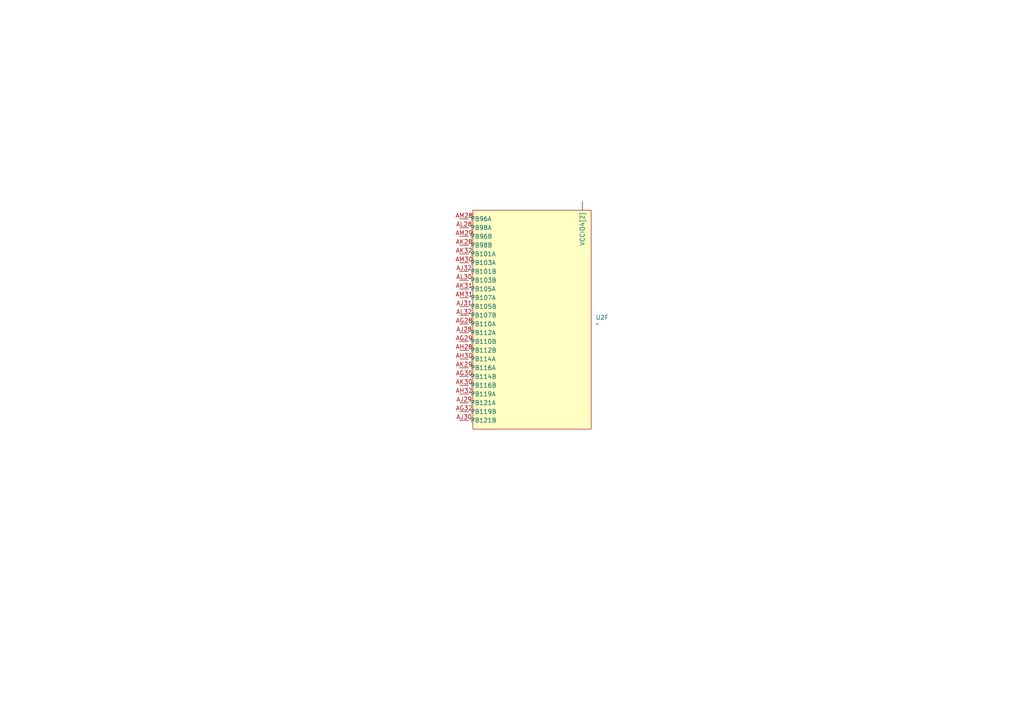
<source format=kicad_sch>
(kicad_sch (version 20231120) (generator "eeschema") (generator_version "8.0")
  (paper "A4")
  (title_block (title "${Project Designation}") (date "2024-06-30") (rev "${Revision}") (comment 1 "${Project Title}") (comment 2 "FPGA BANK 4") (comment 3 "${Part Number}"))
  (lib_symbols
    (symbol "ECAP5-BSOM:LFE5U-85F-*BG756*"
      (property "Reference" "U" (at -1.016 3.81 0))
      (symbol "LFE5U-85F-*BG756*_1_0"
        (pin power_in line (at 8.89 -15.24 90) (length 2.54) (name "GND[265]") (number ""))
        (pin power_in line (at 22.86 0 180) (length 2.54) (name "VCCAUX[8]") (number ""))
        (pin power_in line (at -5.08 0 0) (length 2.54) (name "VCC[36]") (number ""))
        (pin power_in line (at 8.89 -15.24 90) (length 2.54) hide (name "GND") (number "AA11"))
        (pin power_in line (at -5.08 0 0) (length 2.54) hide (name "VCC") (number "AA12"))
        (pin power_in line (at -5.08 0 0) (length 2.54) hide (name "VCC") (number "AA13"))
        (pin power_in line (at -5.08 0 0) (length 2.54) hide (name "VCC") (number "AA14"))
        (pin power_in line (at -5.08 0 0) (length 2.54) hide (name "VCC") (number "AA15"))
        (pin power_in line (at -5.08 0 0) (length 2.54) hide (name "VCC") (number "AA16"))
        (pin power_in line (at -5.08 0 0) (length 2.54) hide (name "VCC") (number "AA17"))
        (pin power_in line (at -5.08 0 0) (length 2.54) hide (name "VCC") (number "AA18"))
        (pin power_in line (at -5.08 0 0) (length 2.54) hide (name "VCC") (number "AA19"))
        (pin power_in line (at -5.08 0 0) (length 2.54) hide (name "VCC") (number "AA20"))
        (pin power_in line (at -5.08 0 0) (length 2.54) hide (name "VCC") (number "AA21"))
        (pin power_in line (at 8.89 -15.24 90) (length 2.54) hide (name "GND") (number "AA22"))
        (pin power_in line (at 8.89 -15.24 90) (length 2.54) hide (name "GND") (number "AB11"))
        (pin power_in line (at 8.89 -15.24 90) (length 2.54) hide (name "GND") (number "AB12"))
        (pin power_in line (at 8.89 -15.24 90) (length 2.54) hide (name "GND") (number "AB13"))
        (pin power_in line (at 8.89 -15.24 90) (length 2.54) hide (name "GND") (number "AB14"))
        (pin power_in line (at 8.89 -15.24 90) (length 2.54) hide (name "GND") (number "AB15"))
        (pin power_in line (at 8.89 -15.24 90) (length 2.54) hide (name "GND") (number "AB16"))
        (pin power_in line (at 8.89 -15.24 90) (length 2.54) hide (name "GND") (number "AB17"))
        (pin power_in line (at 8.89 -15.24 90) (length 2.54) hide (name "GND") (number "AB18"))
        (pin power_in line (at 8.89 -15.24 90) (length 2.54) hide (name "GND") (number "AB19"))
        (pin power_in line (at 8.89 -15.24 90) (length 2.54) hide (name "GND") (number "AB20"))
        (pin power_in line (at 8.89 -15.24 90) (length 2.54) hide (name "GND") (number "AB21"))
        (pin power_in line (at 8.89 -15.24 90) (length 2.54) hide (name "GND") (number "AB22"))
        (pin power_in line (at 22.86 0 180) (length 2.54) hide (name "VCCAUX") (number "AC11"))
        (pin power_in line (at 8.89 -15.24 90) (length 2.54) hide (name "GND") (number "AC12"))
        (pin power_in line (at 8.89 -15.24 90) (length 2.54) hide (name "GND") (number "AC13"))
        (pin power_in line (at 8.89 -15.24 90) (length 2.54) hide (name "GND") (number "AC14"))
        (pin power_in line (at 8.89 -15.24 90) (length 2.54) hide (name "GND") (number "AC15"))
        (pin power_in line (at 8.89 -15.24 90) (length 2.54) hide (name "GND") (number "AC16"))
        (pin power_in line (at 8.89 -15.24 90) (length 2.54) hide (name "GND") (number "AC17"))
        (pin power_in line (at 8.89 -15.24 90) (length 2.54) hide (name "GND") (number "AC18"))
        (pin power_in line (at 8.89 -15.24 90) (length 2.54) hide (name "GND") (number "AC19"))
        (pin power_in line (at 8.89 -15.24 90) (length 2.54) hide (name "GND") (number "AC20"))
        (pin power_in line (at 8.89 -15.24 90) (length 2.54) hide (name "GND") (number "AC21"))
        (pin power_in line (at 22.86 0 180) (length 2.54) hide (name "VCCAUX") (number "AC22"))
        (pin power_in line (at 8.89 -15.24 90) (length 2.54) hide (name "GND") (number "AD2"))
        (pin power_in line (at 8.89 -15.24 90) (length 2.54) hide (name "GND") (number "AD28"))
        (pin power_in line (at 8.89 -15.24 90) (length 2.54) hide (name "GND") (number "AD31"))
        (pin power_in line (at 8.89 -15.24 90) (length 2.54) hide (name "GND") (number "AD5"))
        (pin power_in line (at 8.89 -15.24 90) (length 2.54) hide (name "GND") (number "AF11"))
        (pin power_in line (at 8.89 -15.24 90) (length 2.54) hide (name "GND") (number "AF12"))
        (pin power_in line (at 8.89 -15.24 90) (length 2.54) hide (name "GND") (number "AF14"))
        (pin power_in line (at 8.89 -15.24 90) (length 2.54) hide (name "GND") (number "AF15"))
        (pin power_in line (at 8.89 -15.24 90) (length 2.54) hide (name "GND") (number "AF16"))
        (pin power_in line (at 8.89 -15.24 90) (length 2.54) hide (name "GND") (number "AF17"))
        (pin power_in line (at 8.89 -15.24 90) (length 2.54) hide (name "GND") (number "AF19"))
        (pin power_in line (at 8.89 -15.24 90) (length 2.54) hide (name "GND") (number "AF20"))
        (pin power_in line (at 8.89 -15.24 90) (length 2.54) hide (name "GND") (number "AF22"))
        (pin power_in line (at 8.89 -15.24 90) (length 2.54) hide (name "GND") (number "AF23"))
        (pin power_in line (at 8.89 -15.24 90) (length 2.54) hide (name "GND") (number "AG11"))
        (pin power_in line (at 8.89 -15.24 90) (length 2.54) hide (name "GND") (number "AG12"))
        (pin power_in line (at 8.89 -15.24 90) (length 2.54) hide (name "GND") (number "AG14"))
        (pin power_in line (at 8.89 -15.24 90) (length 2.54) hide (name "GND") (number "AG15"))
        (pin power_in line (at 8.89 -15.24 90) (length 2.54) hide (name "GND") (number "AG16"))
        (pin power_in line (at 8.89 -15.24 90) (length 2.54) hide (name "GND") (number "AG17"))
        (pin power_in line (at 8.89 -15.24 90) (length 2.54) hide (name "GND") (number "AG19"))
        (pin power_in line (at 8.89 -15.24 90) (length 2.54) hide (name "GND") (number "AG20"))
        (pin power_in line (at 8.89 -15.24 90) (length 2.54) hide (name "GND") (number "AG22"))
        (pin power_in line (at 8.89 -15.24 90) (length 2.54) hide (name "GND") (number "AG23"))
        (pin power_in line (at 8.89 -15.24 90) (length 2.54) hide (name "GND") (number "AG9"))
        (pin power_in line (at 8.89 -15.24 90) (length 2.54) hide (name "GND") (number "AH11"))
        (pin power_in line (at 8.89 -15.24 90) (length 2.54) hide (name "GND") (number "AH12"))
        (pin power_in line (at 8.89 -15.24 90) (length 2.54) hide (name "GND") (number "AH14"))
        (pin power_in line (at 8.89 -15.24 90) (length 2.54) hide (name "GND") (number "AH15"))
        (pin power_in line (at 8.89 -15.24 90) (length 2.54) hide (name "GND") (number "AH16"))
        (pin power_in line (at 8.89 -15.24 90) (length 2.54) hide (name "GND") (number "AH17"))
        (pin power_in line (at 8.89 -15.24 90) (length 2.54) hide (name "GND") (number "AH19"))
        (pin power_in line (at 8.89 -15.24 90) (length 2.54) hide (name "GND") (number "AH2"))
        (pin power_in line (at 8.89 -15.24 90) (length 2.54) hide (name "GND") (number "AH20"))
        (pin power_in line (at 8.89 -15.24 90) (length 2.54) hide (name "GND") (number "AH22"))
        (pin power_in line (at 8.89 -15.24 90) (length 2.54) hide (name "GND") (number "AH23"))
        (pin power_in line (at 8.89 -15.24 90) (length 2.54) hide (name "GND") (number "AH24"))
        (pin power_in line (at 8.89 -15.24 90) (length 2.54) hide (name "GND") (number "AH25"))
        (pin power_in line (at 8.89 -15.24 90) (length 2.54) hide (name "GND") (number "AH26"))
        (pin power_in line (at 8.89 -15.24 90) (length 2.54) hide (name "GND") (number "AH29"))
        (pin power_in line (at 8.89 -15.24 90) (length 2.54) hide (name "GND") (number "AH31"))
        (pin power_in line (at 8.89 -15.24 90) (length 2.54) hide (name "GND") (number "AH5"))
        (pin power_in line (at 8.89 -15.24 90) (length 2.54) hide (name "GND") (number "AH7"))
        (pin power_in line (at 8.89 -15.24 90) (length 2.54) hide (name "GND") (number "AH8"))
        (pin power_in line (at 8.89 -15.24 90) (length 2.54) hide (name "GND") (number "AH9"))
        (pin power_in line (at 8.89 -15.24 90) (length 2.54) hide (name "GND") (number "AJ10"))
        (pin power_in line (at 8.89 -15.24 90) (length 2.54) hide (name "GND") (number "AJ11"))
        (pin power_in line (at 8.89 -15.24 90) (length 2.54) hide (name "GND") (number "AJ12"))
        (pin power_in line (at 8.89 -15.24 90) (length 2.54) hide (name "GND") (number "AJ13"))
        (pin power_in line (at 8.89 -15.24 90) (length 2.54) hide (name "GND") (number "AJ14"))
        (pin power_in line (at 8.89 -15.24 90) (length 2.54) hide (name "GND") (number "AJ15"))
        (pin power_in line (at 8.89 -15.24 90) (length 2.54) hide (name "GND") (number "AJ16"))
        (pin power_in line (at 8.89 -15.24 90) (length 2.54) hide (name "GND") (number "AJ17"))
        (pin power_in line (at 8.89 -15.24 90) (length 2.54) hide (name "GND") (number "AJ18"))
        (pin power_in line (at 8.89 -15.24 90) (length 2.54) hide (name "GND") (number "AJ19"))
        (pin power_in line (at 8.89 -15.24 90) (length 2.54) hide (name "GND") (number "AJ20"))
        (pin power_in line (at 8.89 -15.24 90) (length 2.54) hide (name "GND") (number "AJ21"))
        (pin power_in line (at 8.89 -15.24 90) (length 2.54) hide (name "GND") (number "AJ22"))
        (pin power_in line (at 8.89 -15.24 90) (length 2.54) hide (name "GND") (number "AJ23"))
        (pin power_in line (at 8.89 -15.24 90) (length 2.54) hide (name "GND") (number "AJ24"))
        (pin power_in line (at 8.89 -15.24 90) (length 2.54) hide (name "GND") (number "AJ25"))
        (pin power_in line (at 8.89 -15.24 90) (length 2.54) hide (name "GND") (number "AJ26"))
        (pin power_in line (at 8.89 -15.24 90) (length 2.54) hide (name "GND") (number "AJ7"))
        (pin power_in line (at 8.89 -15.24 90) (length 2.54) hide (name "GND") (number "AJ8"))
        (pin power_in line (at 8.89 -15.24 90) (length 2.54) hide (name "GND") (number "AJ9"))
        (pin power_in line (at 8.89 -15.24 90) (length 2.54) hide (name "GND") (number "AK11"))
        (pin power_in line (at 8.89 -15.24 90) (length 2.54) hide (name "GND") (number "AK14"))
        (pin power_in line (at 8.89 -15.24 90) (length 2.54) hide (name "GND") (number "AK17"))
        (pin power_in line (at 8.89 -15.24 90) (length 2.54) hide (name "GND") (number "AK20"))
        (pin power_in line (at 8.89 -15.24 90) (length 2.54) hide (name "GND") (number "AK23"))
        (pin power_in line (at 8.89 -15.24 90) (length 2.54) hide (name "GND") (number "AK26"))
        (pin power_in line (at 8.89 -15.24 90) (length 2.54) hide (name "GND") (number "AK7"))
        (pin power_in line (at 8.89 -15.24 90) (length 2.54) hide (name "GND") (number "AK8"))
        (pin power_in line (at 8.89 -15.24 90) (length 2.54) hide (name "GND") (number "AL11"))
        (pin power_in line (at 8.89 -15.24 90) (length 2.54) hide (name "GND") (number "AL12"))
        (pin power_in line (at 8.89 -15.24 90) (length 2.54) hide (name "GND") (number "AL14"))
        (pin power_in line (at 8.89 -15.24 90) (length 2.54) hide (name "GND") (number "AL15"))
        (pin power_in line (at 8.89 -15.24 90) (length 2.54) hide (name "GND") (number "AL17"))
        (pin power_in line (at 8.89 -15.24 90) (length 2.54) hide (name "GND") (number "AL18"))
        (pin power_in line (at 8.89 -15.24 90) (length 2.54) hide (name "GND") (number "AL2"))
        (pin power_in line (at 8.89 -15.24 90) (length 2.54) hide (name "GND") (number "AL20"))
        (pin power_in line (at 8.89 -15.24 90) (length 2.54) hide (name "GND") (number "AL21"))
        (pin power_in line (at 8.89 -15.24 90) (length 2.54) hide (name "GND") (number "AL23"))
        (pin power_in line (at 8.89 -15.24 90) (length 2.54) hide (name "GND") (number "AL24"))
        (pin power_in line (at 8.89 -15.24 90) (length 2.54) hide (name "GND") (number "AL26"))
        (pin power_in line (at 8.89 -15.24 90) (length 2.54) hide (name "GND") (number "AL29"))
        (pin power_in line (at 8.89 -15.24 90) (length 2.54) hide (name "GND") (number "AL31"))
        (pin power_in line (at 8.89 -15.24 90) (length 2.54) hide (name "GND") (number "AL5"))
        (pin power_in line (at 8.89 -15.24 90) (length 2.54) hide (name "GND") (number "AL7"))
        (pin power_in line (at 8.89 -15.24 90) (length 2.54) hide (name "GND") (number "AL8"))
        (pin power_in line (at 8.89 -15.24 90) (length 2.54) hide (name "GND") (number "AL9"))
        (pin power_in line (at 8.89 -15.24 90) (length 2.54) hide (name "GND") (number "AM11"))
        (pin power_in line (at 8.89 -15.24 90) (length 2.54) hide (name "GND") (number "AM12"))
        (pin power_in line (at 8.89 -15.24 90) (length 2.54) hide (name "GND") (number "AM14"))
        (pin power_in line (at 8.89 -15.24 90) (length 2.54) hide (name "GND") (number "AM15"))
        (pin power_in line (at 8.89 -15.24 90) (length 2.54) hide (name "GND") (number "AM17"))
        (pin power_in line (at 8.89 -15.24 90) (length 2.54) hide (name "GND") (number "AM18"))
        (pin power_in line (at 8.89 -15.24 90) (length 2.54) hide (name "GND") (number "AM20"))
        (pin power_in line (at 8.89 -15.24 90) (length 2.54) hide (name "GND") (number "AM21"))
        (pin power_in line (at 8.89 -15.24 90) (length 2.54) hide (name "GND") (number "AM23"))
        (pin power_in line (at 8.89 -15.24 90) (length 2.54) hide (name "GND") (number "AM24"))
        (pin power_in line (at 8.89 -15.24 90) (length 2.54) hide (name "GND") (number "AM26"))
        (pin power_in line (at 8.89 -15.24 90) (length 2.54) hide (name "GND") (number "AM7"))
        (pin power_in line (at 8.89 -15.24 90) (length 2.54) hide (name "GND") (number "AM8"))
        (pin power_in line (at 8.89 -15.24 90) (length 2.54) hide (name "GND") (number "AM9"))
        (pin power_in line (at 8.89 -15.24 90) (length 2.54) hide (name "GND") (number "B13"))
        (pin power_in line (at 8.89 -15.24 90) (length 2.54) hide (name "GND") (number "B15"))
        (pin power_in line (at 8.89 -15.24 90) (length 2.54) hide (name "GND") (number "B18"))
        (pin power_in line (at 8.89 -15.24 90) (length 2.54) hide (name "GND") (number "B2"))
        (pin power_in line (at 8.89 -15.24 90) (length 2.54) hide (name "GND") (number "B20"))
        (pin power_in line (at 8.89 -15.24 90) (length 2.54) hide (name "GND") (number "B24"))
        (pin power_in line (at 8.89 -15.24 90) (length 2.54) hide (name "GND") (number "B28"))
        (pin power_in line (at 8.89 -15.24 90) (length 2.54) hide (name "GND") (number "B31"))
        (pin power_in line (at 8.89 -15.24 90) (length 2.54) hide (name "GND") (number "B5"))
        (pin power_in line (at 8.89 -15.24 90) (length 2.54) hide (name "GND") (number "B9"))
        (pin power_in line (at 8.89 -15.24 90) (length 2.54) hide (name "GND") (number "E13"))
        (pin power_in line (at 8.89 -15.24 90) (length 2.54) hide (name "GND") (number "E15"))
        (pin power_in line (at 8.89 -15.24 90) (length 2.54) hide (name "GND") (number "E18"))
        (pin power_in line (at 8.89 -15.24 90) (length 2.54) hide (name "GND") (number "E2"))
        (pin power_in line (at 8.89 -15.24 90) (length 2.54) hide (name "GND") (number "E20"))
        (pin power_in line (at 8.89 -15.24 90) (length 2.54) hide (name "GND") (number "E24"))
        (pin power_in line (at 8.89 -15.24 90) (length 2.54) hide (name "GND") (number "E28"))
        (pin power_in line (at 8.89 -15.24 90) (length 2.54) hide (name "GND") (number "E31"))
        (pin power_in line (at 8.89 -15.24 90) (length 2.54) hide (name "GND") (number "E5"))
        (pin power_in line (at 8.89 -15.24 90) (length 2.54) hide (name "GND") (number "E9"))
        (pin power_in line (at 8.89 -15.24 90) (length 2.54) hide (name "GND") (number "J2"))
        (pin power_in line (at 8.89 -15.24 90) (length 2.54) hide (name "GND") (number "J28"))
        (pin power_in line (at 8.89 -15.24 90) (length 2.54) hide (name "GND") (number "J31"))
        (pin power_in line (at 8.89 -15.24 90) (length 2.54) hide (name "GND") (number "J5"))
        (pin power_in line (at 8.89 -15.24 90) (length 2.54) hide (name "GND") (number "K10"))
        (pin power_in line (at 8.89 -15.24 90) (length 2.54) hide (name "GND") (number "K11"))
        (pin power_in line (at 22.86 0 180) (length 2.54) hide (name "VCCAUX") (number "K13"))
        (pin power_in line (at 22.86 0 180) (length 2.54) hide (name "VCCAUX") (number "K20"))
        (pin power_in line (at 8.89 -15.24 90) (length 2.54) hide (name "GND") (number "K22"))
        (pin power_in line (at 8.89 -15.24 90) (length 2.54) hide (name "GND") (number "K23"))
        (pin power_in line (at 8.89 -15.24 90) (length 2.54) hide (name "GND") (number "L10"))
        (pin power_in line (at 8.89 -15.24 90) (length 2.54) hide (name "GND") (number "L11"))
        (pin power_in line (at 8.89 -15.24 90) (length 2.54) hide (name "GND") (number "L12"))
        (pin power_in line (at 8.89 -15.24 90) (length 2.54) hide (name "GND") (number "L13"))
        (pin power_in line (at 8.89 -15.24 90) (length 2.54) hide (name "GND") (number "L14"))
        (pin power_in line (at 8.89 -15.24 90) (length 2.54) hide (name "GND") (number "L15"))
        (pin power_in line (at 8.89 -15.24 90) (length 2.54) hide (name "GND") (number "L16"))
        (pin power_in line (at 8.89 -15.24 90) (length 2.54) hide (name "GND") (number "L17"))
        (pin power_in line (at 8.89 -15.24 90) (length 2.54) hide (name "GND") (number "L18"))
        (pin power_in line (at 8.89 -15.24 90) (length 2.54) hide (name "GND") (number "L19"))
        (pin power_in line (at 8.89 -15.24 90) (length 2.54) hide (name "GND") (number "L20"))
        (pin power_in line (at 8.89 -15.24 90) (length 2.54) hide (name "GND") (number "L21"))
        (pin power_in line (at 8.89 -15.24 90) (length 2.54) hide (name "GND") (number "L22"))
        (pin power_in line (at 8.89 -15.24 90) (length 2.54) hide (name "GND") (number "L23"))
        (pin power_in line (at 8.89 -15.24 90) (length 2.54) hide (name "GND") (number "M11"))
        (pin power_in line (at -5.08 0 0) (length 2.54) hide (name "VCC") (number "M12"))
        (pin power_in line (at -5.08 0 0) (length 2.54) hide (name "VCC") (number "M13"))
        (pin power_in line (at -5.08 0 0) (length 2.54) hide (name "VCC") (number "M14"))
        (pin power_in line (at -5.08 0 0) (length 2.54) hide (name "VCC") (number "M15"))
        (pin power_in line (at -5.08 0 0) (length 2.54) hide (name "VCC") (number "M16"))
        (pin power_in line (at -5.08 0 0) (length 2.54) hide (name "VCC") (number "M17"))
        (pin power_in line (at -5.08 0 0) (length 2.54) hide (name "VCC") (number "M18"))
        (pin power_in line (at -5.08 0 0) (length 2.54) hide (name "VCC") (number "M19"))
        (pin power_in line (at -5.08 0 0) (length 2.54) hide (name "VCC") (number "M20"))
        (pin power_in line (at -5.08 0 0) (length 2.54) hide (name "VCC") (number "M21"))
        (pin power_in line (at 8.89 -15.24 90) (length 2.54) hide (name "GND") (number "M22"))
        (pin power_in line (at 22.86 0 180) (length 2.54) hide (name "VCCAUX") (number "N10"))
        (pin power_in line (at 8.89 -15.24 90) (length 2.54) hide (name "GND") (number "N11"))
        (pin power_in line (at -5.08 0 0) (length 2.54) hide (name "VCC") (number "N12"))
        (pin power_in line (at 8.89 -15.24 90) (length 2.54) hide (name "GND") (number "N13"))
        (pin power_in line (at 8.89 -15.24 90) (length 2.54) hide (name "GND") (number "N14"))
        (pin power_in line (at 8.89 -15.24 90) (length 2.54) hide (name "GND") (number "N15"))
        (pin power_in line (at 8.89 -15.24 90) (length 2.54) hide (name "GND") (number "N16"))
        (pin power_in line (at 8.89 -15.24 90) (length 2.54) hide (name "GND") (number "N17"))
        (pin power_in line (at 8.89 -15.24 90) (length 2.54) hide (name "GND") (number "N18"))
        (pin power_in line (at 8.89 -15.24 90) (length 2.54) hide (name "GND") (number "N19"))
        (pin power_in line (at 8.89 -15.24 90) (length 2.54) hide (name "GND") (number "N2"))
        (pin power_in line (at 8.89 -15.24 90) (length 2.54) hide (name "GND") (number "N20"))
        (pin power_in line (at -5.08 0 0) (length 2.54) hide (name "VCC") (number "N21"))
        (pin power_in line (at 8.89 -15.24 90) (length 2.54) hide (name "GND") (number "N22"))
        (pin power_in line (at 22.86 0 180) (length 2.54) hide (name "VCCAUX") (number "N23"))
        (pin power_in line (at 8.89 -15.24 90) (length 2.54) hide (name "GND") (number "N28"))
        (pin power_in line (at 8.89 -15.24 90) (length 2.54) hide (name "GND") (number "N31"))
        (pin power_in line (at 8.89 -15.24 90) (length 2.54) hide (name "GND") (number "N5"))
        (pin power_in line (at 8.89 -15.24 90) (length 2.54) hide (name "GND") (number "P11"))
        (pin power_in line (at -5.08 0 0) (length 2.54) hide (name "VCC") (number "P12"))
        (pin power_in line (at 8.89 -15.24 90) (length 2.54) hide (name "GND") (number "P13"))
        (pin power_in line (at 8.89 -15.24 90) (length 2.54) hide (name "GND") (number "P14"))
        (pin power_in line (at 8.89 -15.24 90) (length 2.54) hide (name "GND") (number "P15"))
        (pin power_in line (at 8.89 -15.24 90) (length 2.54) hide (name "GND") (number "P16"))
        (pin power_in line (at 8.89 -15.24 90) (length 2.54) hide (name "GND") (number "P17"))
        (pin power_in line (at 8.89 -15.24 90) (length 2.54) hide (name "GND") (number "P18"))
        (pin power_in line (at 8.89 -15.24 90) (length 2.54) hide (name "GND") (number "P19"))
        (pin power_in line (at -5.08 0 0) (length 2.54) hide (name "VCC") (number "P21"))
        (pin power_in line (at 8.89 -15.24 90) (length 2.54) hide (name "GND") (number "P22"))
        (pin power_in line (at -5.08 0 0) (length 2.54) hide (name "VCC") (number "R12"))
        (pin power_in line (at 8.89 -15.24 90) (length 2.54) hide (name "GND") (number "R13"))
        (pin power_in line (at 8.89 -15.24 90) (length 2.54) hide (name "GND") (number "R14"))
        (pin power_in line (at 8.89 -15.24 90) (length 2.54) hide (name "GND") (number "R15"))
        (pin power_in line (at 8.89 -15.24 90) (length 2.54) hide (name "GND") (number "R16"))
        (pin power_in line (at 8.89 -15.24 90) (length 2.54) hide (name "GND") (number "R17"))
        (pin power_in line (at 8.89 -15.24 90) (length 2.54) hide (name "GND") (number "R18"))
        (pin power_in line (at 8.89 -15.24 90) (length 2.54) hide (name "GND") (number "R19"))
        (pin power_in line (at 8.89 -15.24 90) (length 2.54) hide (name "GND") (number "R2"))
        (pin power_in line (at 8.89 -15.24 90) (length 2.54) hide (name "GND") (number "R20"))
        (pin power_in line (at -5.08 0 0) (length 2.54) hide (name "VCC") (number "R21"))
        (pin power_in line (at 8.89 -15.24 90) (length 2.54) hide (name "GND") (number "R22"))
        (pin power_in line (at 8.89 -15.24 90) (length 2.54) hide (name "GND") (number "R28"))
        (pin power_in line (at 8.89 -15.24 90) (length 2.54) hide (name "GND") (number "R31"))
        (pin power_in line (at 8.89 -15.24 90) (length 2.54) hide (name "GND") (number "R5"))
        (pin power_in line (at 8.89 -15.24 90) (length 2.54) hide (name "GND") (number "T11"))
        (pin power_in line (at -5.08 0 0) (length 2.54) hide (name "VCC") (number "T12"))
        (pin power_in line (at 8.89 -15.24 90) (length 2.54) hide (name "GND") (number "T13"))
        (pin power_in line (at 8.89 -15.24 90) (length 2.54) hide (name "GND") (number "T14"))
        (pin power_in line (at 8.89 -15.24 90) (length 2.54) hide (name "GND") (number "T15"))
        (pin power_in line (at 8.89 -15.24 90) (length 2.54) hide (name "GND") (number "T16"))
        (pin power_in line (at 8.89 -15.24 90) (length 2.54) hide (name "GND") (number "T17"))
        (pin power_in line (at 8.89 -15.24 90) (length 2.54) hide (name "GND") (number "T18"))
        (pin power_in line (at 8.89 -15.24 90) (length 2.54) hide (name "GND") (number "T19"))
        (pin power_in line (at 8.89 -15.24 90) (length 2.54) hide (name "GND") (number "T20"))
        (pin power_in line (at -5.08 0 0) (length 2.54) hide (name "VCC") (number "T21"))
        (pin power_in line (at 8.89 -15.24 90) (length 2.54) hide (name "GND") (number "T22"))
        (pin power_in line (at 8.89 -15.24 90) (length 2.54) hide (name "GND") (number "U11"))
        (pin power_in line (at -5.08 0 0) (length 2.54) hide (name "VCC") (number "U12"))
        (pin power_in line (at 8.89 -15.24 90) (length 2.54) hide (name "GND") (number "U13"))
        (pin power_in line (at 8.89 -15.24 90) (length 2.54) hide (name "GND") (number "U14"))
        (pin power_in line (at 8.89 -15.24 90) (length 2.54) hide (name "GND") (number "U15"))
        (pin power_in line (at 8.89 -15.24 90) (length 2.54) hide (name "GND") (number "U16"))
        (pin power_in line (at 8.89 -15.24 90) (length 2.54) hide (name "GND") (number "U17"))
        (pin power_in line (at 8.89 -15.24 90) (length 2.54) hide (name "GND") (number "U18"))
        (pin power_in line (at 8.89 -15.24 90) (length 2.54) hide (name "GND") (number "U19"))
        (pin power_in line (at 8.89 -15.24 90) (length 2.54) hide (name "GND") (number "U20"))
        (pin power_in line (at -5.08 0 0) (length 2.54) hide (name "VCC") (number "U21"))
        (pin power_in line (at 8.89 -15.24 90) (length 2.54) hide (name "GND") (number "U22"))
        (pin power_in line (at 8.89 -15.24 90) (length 2.54) hide (name "GND") (number "V11"))
        (pin power_in line (at -5.08 0 0) (length 2.54) hide (name "VCC") (number "V12"))
        (pin power_in line (at 8.89 -15.24 90) (length 2.54) hide (name "GND") (number "V13"))
        (pin power_in line (at 8.89 -15.24 90) (length 2.54) hide (name "GND") (number "V14"))
        (pin power_in line (at 8.89 -15.24 90) (length 2.54) hide (name "GND") (number "V15"))
        (pin power_in line (at 8.89 -15.24 90) (length 2.54) hide (name "GND") (number "V16"))
        (pin power_in line (at 8.89 -15.24 90) (length 2.54) hide (name "GND") (number "V17"))
        (pin power_in line (at 8.89 -15.24 90) (length 2.54) hide (name "GND") (number "V18"))
        (pin power_in line (at 8.89 -15.24 90) (length 2.54) hide (name "GND") (number "V19"))
        (pin power_in line (at 8.89 -15.24 90) (length 2.54) hide (name "GND") (number "V2"))
        (pin power_in line (at 8.89 -15.24 90) (length 2.54) hide (name "GND") (number "V20"))
        (pin power_in line (at -5.08 0 0) (length 2.54) hide (name "VCC") (number "V21"))
        (pin power_in line (at 8.89 -15.24 90) (length 2.54) hide (name "GND") (number "V22"))
        (pin power_in line (at 8.89 -15.24 90) (length 2.54) hide (name "GND") (number "V28"))
        (pin power_in line (at 8.89 -15.24 90) (length 2.54) hide (name "GND") (number "V31"))
        (pin power_in line (at 8.89 -15.24 90) (length 2.54) hide (name "GND") (number "V5"))
        (pin power_in line (at 8.89 -15.24 90) (length 2.54) hide (name "GND") (number "W11"))
        (pin power_in line (at -5.08 0 0) (length 2.54) hide (name "VCC") (number "W12"))
        (pin power_in line (at 8.89 -15.24 90) (length 2.54) hide (name "GND") (number "W13"))
        (pin power_in line (at 8.89 -15.24 90) (length 2.54) hide (name "GND") (number "W14"))
        (pin power_in line (at 8.89 -15.24 90) (length 2.54) hide (name "GND") (number "W15"))
        (pin power_in line (at 8.89 -15.24 90) (length 2.54) hide (name "GND") (number "W16"))
        (pin power_in line (at 8.89 -15.24 90) (length 2.54) hide (name "GND") (number "W17"))
        (pin power_in line (at 8.89 -15.24 90) (length 2.54) hide (name "GND") (number "W18"))
        (pin power_in line (at 8.89 -15.24 90) (length 2.54) hide (name "GND") (number "W19"))
        (pin power_in line (at 8.89 -15.24 90) (length 2.54) hide (name "GND") (number "W20"))
        (pin power_in line (at -5.08 0 0) (length 2.54) hide (name "VCC") (number "W21"))
        (pin power_in line (at 8.89 -15.24 90) (length 2.54) hide (name "GND") (number "W22"))
        (pin power_in line (at 22.86 0 180) (length 2.54) hide (name "VCCAUX") (number "Y10"))
        (pin power_in line (at 8.89 -15.24 90) (length 2.54) hide (name "GND") (number "Y11"))
        (pin power_in line (at -5.08 0 0) (length 2.54) hide (name "VCC") (number "Y12"))
        (pin power_in line (at 8.89 -15.24 90) (length 2.54) hide (name "GND") (number "Y13"))
        (pin power_in line (at 8.89 -15.24 90) (length 2.54) hide (name "GND") (number "Y14"))
        (pin power_in line (at 8.89 -15.24 90) (length 2.54) hide (name "GND") (number "Y15"))
        (pin power_in line (at 8.89 -15.24 90) (length 2.54) hide (name "GND") (number "Y16"))
        (pin power_in line (at 8.89 -15.24 90) (length 2.54) hide (name "GND") (number "Y17"))
        (pin power_in line (at 8.89 -15.24 90) (length 2.54) hide (name "GND") (number "Y18"))
        (pin power_in line (at 8.89 -15.24 90) (length 2.54) hide (name "GND") (number "Y19"))
        (pin power_in line (at 8.89 -15.24 90) (length 2.54) hide (name "GND") (number "Y2"))
        (pin power_in line (at 8.89 -15.24 90) (length 2.54) hide (name "GND") (number "Y20"))
        (pin power_in line (at -5.08 0 0) (length 2.54) hide (name "VCC") (number "Y21"))
        (pin power_in line (at 8.89 -15.24 90) (length 2.54) hide (name "GND") (number "Y22"))
        (pin power_in line (at 22.86 0 180) (length 2.54) hide (name "VCCAUX") (number "Y23"))
        (pin power_in line (at 8.89 -15.24 90) (length 2.54) hide (name "GND") (number "Y31"))
      )
      (symbol "LFE5U-85F-*BG756*_1_1"
        (rectangle (start -2.54 2.54) (end 20.32 -12.7) (fill (type background)))
      )
      (symbol "LFE5U-85F-*BG756*_2_0"
        (pin power_in line (at 30.48 5.08 270) (length 2.54) (name "VCCIO0[4]") (number ""))
        (pin power_in line (at -3.81 -63.5 0) (length 2.54) (name "PT31B") (number "A10"))
        (pin power_in line (at 35.56 -12.7 180) (length 2.54) (name "PT38B") (number "A11"))
        (pin power_in line (at 35.56 -22.86 180) (length 2.54) (name "PT42B") (number "A13"))
        (pin power_in line (at 35.56 -38.1 180) (length 2.54) (name "PT49B") (number "A14"))
        (pin power_in line (at 35.56 -48.26 180) (length 2.54) (name "PT54B") (number "A15"))
        (pin power_in line (at 35.56 -63.5 180) (length 2.54) (name "PT60B/GR_PCLK0_0") (number "A16"))
        (pin power_in line (at 35.56 -66.04 180) (length 2.54) (name "PT63A/PCLKT0_1") (number "A17"))
        (pin power_in line (at -3.81 -5.08 0) (length 2.54) (name "PT6A") (number "A2"))
        (pin power_in line (at -3.81 -7.62 0) (length 2.54) (name "PT6B") (number "A3"))
        (pin power_in line (at -3.81 -10.16 0) (length 2.54) (name "PT9A") (number "A4"))
        (pin power_in line (at -3.81 -12.7 0) (length 2.54) (name "PT9B") (number "A5"))
        (pin power_in line (at -3.81 -22.86 0) (length 2.54) (name "PT13B") (number "A7"))
        (pin power_in line (at -3.81 -38.1 0) (length 2.54) (name "PT20B") (number "A8"))
        (pin power_in line (at -3.81 -48.26 0) (length 2.54) (name "PT24B") (number "A9"))
        (pin power_in line (at -3.81 -60.96 0) (length 2.54) (name "PT31A") (number "B10"))
        (pin power_in line (at 35.56 -10.16 180) (length 2.54) (name "PT38A") (number "B11"))
        (pin power_in line (at 35.56 -35.56 180) (length 2.54) (name "PT49A") (number "B14"))
        (pin power_in line (at 35.56 -60.96 180) (length 2.54) (name "PT60A/GR_PCLK0_1") (number "B16"))
        (pin power_in line (at 35.56 -68.58 180) (length 2.54) (name "PT63B/PCLKC0_1") (number "B17"))
        (pin power_in line (at -3.81 0 0) (length 2.54) (name "PT4A/ULC_GPLL1T_IN") (number "B3"))
        (pin power_in line (at -3.81 -2.54 0) (length 2.54) (name "PT4B/ULC_GPLL1C_IN") (number "B4"))
        (pin power_in line (at -3.81 -20.32 0) (length 2.54) (name "PT13A") (number "B7"))
        (pin power_in line (at -3.81 -35.56 0) (length 2.54) (name "PT20A") (number "B8"))
        (pin power_in line (at -3.81 -58.42 0) (length 2.54) (name "PT29B") (number "C10"))
        (pin power_in line (at -3.81 -73.66 0) (length 2.54) (name "PT36B") (number "C11"))
        (pin power_in line (at 35.56 -20.32 180) (length 2.54) (name "PT42A") (number "C13"))
        (pin power_in line (at 35.56 -33.02 180) (length 2.54) (name "PT47B") (number "C14"))
        (pin power_in line (at 35.56 -45.72 180) (length 2.54) (name "PT54A") (number "C15"))
        (pin power_in line (at 35.56 -58.42 180) (length 2.54) (name "PT58B") (number "C16"))
        (pin power_in line (at 35.56 -71.12 180) (length 2.54) (name "PT65A/PCLKT0_0") (number "C17"))
        (pin power_in line (at -3.81 -17.78 0) (length 2.54) (name "PT11B") (number "C7"))
        (pin power_in line (at -3.81 -33.02 0) (length 2.54) (name "PT18B") (number "C8"))
        (pin power_in line (at -3.81 -45.72 0) (length 2.54) (name "PT24A") (number "C9"))
        (pin power_in line (at -3.81 -55.88 0) (length 2.54) (name "PT29A") (number "D10"))
        (pin power_in line (at -3.81 -71.12 0) (length 2.54) (name "PT36A") (number "D11"))
        (pin power_in line (at 35.56 -17.78 180) (length 2.54) (name "PT40B") (number "D13"))
        (pin power_in line (at 35.56 -30.48 180) (length 2.54) (name "PT47A") (number "D14"))
        (pin power_in line (at 35.56 -43.18 180) (length 2.54) (name "PT51B") (number "D15"))
        (pin power_in line (at 35.56 -55.88 180) (length 2.54) (name "PT58A") (number "D16"))
        (pin power_in line (at 35.56 -73.66 180) (length 2.54) (name "PT65B/PCLKC0_0") (number "D17"))
        (pin power_in line (at -3.81 -15.24 0) (length 2.54) (name "PT11A") (number "D7"))
        (pin power_in line (at -3.81 -30.48 0) (length 2.54) (name "PT18A") (number "D8"))
        (pin power_in line (at -3.81 -43.18 0) (length 2.54) (name "PT22B") (number "D9"))
        (pin power_in line (at -3.81 -53.34 0) (length 2.54) (name "PT27B") (number "E10"))
        (pin power_in line (at -3.81 -68.58 0) (length 2.54) (name "PT33B") (number "E11"))
        (pin power_in line (at 35.56 -27.94 180) (length 2.54) (name "PT45B") (number "E14"))
        (pin power_in line (at 35.56 -53.34 180) (length 2.54) (name "PT56B") (number "E16"))
        (pin power_in line (at -3.81 -27.94 0) (length 2.54) (name "PT15B") (number "E8"))
        (pin power_in line (at -3.81 -50.8 0) (length 2.54) (name "PT27A") (number "F10"))
        (pin power_in line (at -3.81 -66.04 0) (length 2.54) (name "PT33A") (number "F11"))
        (pin power_in line (at 35.56 -15.24 180) (length 2.54) (name "PT40A") (number "F13"))
        (pin power_in line (at 35.56 -25.4 180) (length 2.54) (name "PT45A") (number "F14"))
        (pin power_in line (at 35.56 -40.64 180) (length 2.54) (name "PT51A") (number "F15"))
        (pin power_in line (at 35.56 -50.8 180) (length 2.54) (name "PT56A") (number "F16"))
        (pin power_in line (at -3.81 -25.4 0) (length 2.54) (name "PT15A") (number "F8"))
        (pin power_in line (at -3.81 -40.64 0) (length 2.54) (name "PT22A") (number "F9"))
        (pin power_in line (at 30.48 5.08 270) (length 2.54) hide (name "VCCIO0") (number "K12"))
        (pin power_in line (at 30.48 5.08 270) (length 2.54) hide (name "VCCIO0") (number "K14"))
        (pin power_in line (at 30.48 5.08 270) (length 2.54) hide (name "VCCIO0") (number "K15"))
        (pin power_in line (at 30.48 5.08 270) (length 2.54) hide (name "VCCIO0") (number "K16"))
      )
      (symbol "LFE5U-85F-*BG756*_2_1"
        (rectangle (start -1.27 2.54) (end 33.02 -76.2) (fill (type background)))
      )
      (symbol "LFE5U-85F-*BG756*_3_0"
        (pin power_in line (at 30.48 5.08 270) (length 2.54) (name "VCCIO1[4]") (number ""))
        (pin power_in line (at -3.81 -5.08 0) (length 2.54) (name "PT71A/PCLKT1_0") (number "A18"))
        (pin power_in line (at -3.81 -15.24 0) (length 2.54) (name "PT76A") (number "A19"))
        (pin power_in line (at -3.81 -30.48 0) (length 2.54) (name "PT83A") (number "A20"))
        (pin power_in line (at -3.81 -40.64 0) (length 2.54) (name "PT87A") (number "A22"))
        (pin power_in line (at -3.81 -55.88 0) (length 2.54) (name "PT94A") (number "A23"))
        (pin power_in line (at -3.81 -71.12 0) (length 2.54) (name "PT101A") (number "A24"))
        (pin power_in line (at 35.56 -35.56 180) (length 2.54) (name "PT105A") (number "A25"))
        (pin power_in line (at 35.56 -50.8 180) (length 2.54) (name "PT112A") (number "A26"))
        (pin power_in line (at 35.56 -60.96 180) (length 2.54) (name "PT116A") (number "A28"))
        (pin power_in line (at 35.56 -63.5 180) (length 2.54) (name "PT116B") (number "A29"))
        (pin power_in line (at 35.56 -66.04 180) (length 2.54) (name "PT119A") (number "A30"))
        (pin power_in line (at 35.56 -68.58 180) (length 2.54) (name "PT119B") (number "A31"))
        (pin power_in line (at -3.81 -17.78 0) (length 2.54) (name "PT76B") (number "B19"))
        (pin power_in line (at -3.81 -43.18 0) (length 2.54) (name "PT87B") (number "B22"))
        (pin power_in line (at -3.81 -58.42 0) (length 2.54) (name "PT94B") (number "B23"))
        (pin power_in line (at 35.56 -38.1 180) (length 2.54) (name "PT105B") (number "B25"))
        (pin power_in line (at 35.56 -53.34 180) (length 2.54) (name "PT112B") (number "B26"))
        (pin power_in line (at 35.56 -71.12 180) (length 2.54) (name "PT121A/URC_GPLL1T_IN") (number "B29"))
        (pin power_in line (at 35.56 -73.66 180) (length 2.54) (name "PT121B/URC_GPLL1C_IN") (number "B30"))
        (pin power_in line (at -3.81 -7.62 0) (length 2.54) (name "PT71B/PCLKC1_0") (number "C18"))
        (pin power_in line (at -3.81 -20.32 0) (length 2.54) (name "PT78A") (number "C19"))
        (pin power_in line (at -3.81 -33.02 0) (length 2.54) (name "PT83B") (number "C20"))
        (pin power_in line (at -3.81 -45.72 0) (length 2.54) (name "PT89A") (number "C22"))
        (pin power_in line (at -3.81 -60.96 0) (length 2.54) (name "PT96A") (number "C23"))
        (pin power_in line (at -3.81 -73.66 0) (length 2.54) (name "PT101B") (number "C24"))
        (pin power_in line (at 35.56 -40.64 180) (length 2.54) (name "PT107A") (number "C25"))
        (pin power_in line (at 35.56 -55.88 180) (length 2.54) (name "PT114A") (number "C26"))
        (pin power_in line (at -3.81 -10.16 0) (length 2.54) (name "PT74A/GR_PCLK1_0") (number "D18"))
        (pin power_in line (at -3.81 -22.86 0) (length 2.54) (name "PT78B") (number "D19"))
        (pin power_in line (at -3.81 -35.56 0) (length 2.54) (name "PT85A") (number "D20"))
        (pin power_in line (at -3.81 -48.26 0) (length 2.54) (name "PT89B") (number "D22"))
        (pin power_in line (at -3.81 -63.5 0) (length 2.54) (name "PT96B") (number "D23"))
        (pin power_in line (at 35.56 -30.48 180) (length 2.54) (name "PT103A") (number "D24"))
        (pin power_in line (at 35.56 -43.18 180) (length 2.54) (name "PT107B") (number "D25"))
        (pin power_in line (at 35.56 -58.42 180) (length 2.54) (name "PT114B") (number "D26"))
        (pin power_in line (at -3.81 0 0) (length 2.54) (name "PT69A/PCLKT1_1") (number "E17"))
        (pin power_in line (at -3.81 -25.4 0) (length 2.54) (name "PT80A") (number "E19"))
        (pin power_in line (at -3.81 -50.8 0) (length 2.54) (name "PT92A") (number "E22"))
        (pin power_in line (at -3.81 -66.04 0) (length 2.54) (name "PT98A") (number "E23"))
        (pin power_in line (at 35.56 -45.72 180) (length 2.54) (name "PT110A") (number "E25"))
        (pin power_in line (at -3.81 -2.54 0) (length 2.54) (name "PT69B/PCLKC1_1") (number "F17"))
        (pin power_in line (at -3.81 -12.7 0) (length 2.54) (name "PT74B/GR_PCLK1_1") (number "F18"))
        (pin power_in line (at -3.81 -27.94 0) (length 2.54) (name "PT80B") (number "F19"))
        (pin power_in line (at -3.81 -38.1 0) (length 2.54) (name "PT85B") (number "F20"))
        (pin power_in line (at -3.81 -53.34 0) (length 2.54) (name "PT92B") (number "F22"))
        (pin power_in line (at -3.81 -68.58 0) (length 2.54) (name "PT98B") (number "F23"))
        (pin power_in line (at 35.56 -33.02 180) (length 2.54) (name "PT103B") (number "F24"))
        (pin power_in line (at 35.56 -48.26 180) (length 2.54) (name "PT110B") (number "F25"))
        (pin power_in line (at 30.48 5.08 270) (length 2.54) hide (name "VCCIO1") (number "K17"))
        (pin power_in line (at 30.48 5.08 270) (length 2.54) hide (name "VCCIO1") (number "K18"))
        (pin power_in line (at 30.48 5.08 270) (length 2.54) hide (name "VCCIO1") (number "K19"))
        (pin power_in line (at 30.48 5.08 270) (length 2.54) hide (name "VCCIO1") (number "K21"))
      )
      (symbol "LFE5U-85F-*BG756*_3_1"
        (rectangle (start -1.27 2.54) (end 33.02 -76.2) (fill (type background)))
      )
      (symbol "LFE5U-85F-*BG756*_4_0"
        (pin power_in line (at 30.48 5.08 270) (length 2.54) (name "VCCIO2[4]") (number ""))
        (pin power_in line (at -3.81 -20.32 0) (length 2.54) (name "PR17A") (number "B32"))
        (pin power_in line (at -3.81 0 0) (length 2.54) (name "PR11A/URC_GPLL0T_IN") (number "C28"))
        (pin power_in line (at -3.81 -5.08 0) (length 2.54) (name "PR11C") (number "C29"))
        (pin power_in line (at -3.81 -7.62 0) (length 2.54) (name "PR11D") (number "C30"))
        (pin power_in line (at -3.81 -22.86 0) (length 2.54) (name "PR17B") (number "C31"))
        (pin power_in line (at -3.81 -35.56 0) (length 2.54) (name "PR20C") (number "C32"))
        (pin power_in line (at -3.81 -2.54 0) (length 2.54) (name "PR11B/URC_GPLL0C_IN") (number "D28"))
        (pin power_in line (at -3.81 -10.16 0) (length 2.54) (name "PR14A") (number "D29"))
        (pin power_in line (at -3.81 -25.4 0) (length 2.54) (name "PR17C") (number "D30"))
        (pin power_in line (at -3.81 -27.94 0) (length 2.54) (name "PR17D") (number "D31"))
        (pin power_in line (at -3.81 -38.1 0) (length 2.54) (name "PR20D") (number "D32"))
        (pin power_in line (at -3.81 -12.7 0) (length 2.54) (name "PR14B") (number "E29"))
        (pin power_in line (at -3.81 -33.02 0) (length 2.54) (name "PR20B") (number "E30"))
        (pin power_in line (at -3.81 -43.18 0) (length 2.54) (name "PR23B") (number "E32"))
        (pin power_in line (at -3.81 -17.78 0) (length 2.54) (name "PR14D") (number "F28"))
        (pin power_in line (at -3.81 -15.24 0) (length 2.54) (name "PR14C") (number "F29"))
        (pin power_in line (at -3.81 -30.48 0) (length 2.54) (name "PR20A") (number "F30"))
        (pin power_in line (at -3.81 -40.64 0) (length 2.54) (name "PR23A") (number "F31"))
        (pin power_in line (at -3.81 -45.72 0) (length 2.54) (name "PR23C") (number "F32"))
        (pin power_in line (at 35.56 -35.56 180) (length 2.54) (name "PR35A") (number "H27"))
        (pin power_in line (at 35.56 -38.1 180) (length 2.54) (name "PR35B") (number "H28"))
        (pin power_in line (at -3.81 -53.34 0) (length 2.54) (name "PR26B") (number "H30"))
        (pin power_in line (at -3.81 -50.8 0) (length 2.54) (name "PR26A") (number "H31"))
        (pin power_in line (at -3.81 -48.26 0) (length 2.54) (name "PR23D") (number "H32"))
        (pin power_in line (at 35.56 -40.64 180) (length 2.54) (name "PR35C/VREF1_2") (number "J26"))
        (pin power_in line (at 35.56 -43.18 180) (length 2.54) (name "PR35D") (number "J27"))
        (pin power_in line (at 35.56 -30.48 180) (length 2.54) (name "PR32C") (number "J29"))
        (pin power_in line (at -3.81 -55.88 0) (length 2.54) (name "PR26C") (number "J30"))
        (pin power_in line (at -3.81 -63.5 0) (length 2.54) (name "PR29B") (number "J32"))
        (pin power_in line (at 35.56 -48.26 180) (length 2.54) (name "PR38B") (number "K26"))
        (pin power_in line (at 35.56 -45.72 180) (length 2.54) (name "PR38A") (number "K27"))
        (pin power_in line (at 35.56 -50.8 180) (length 2.54) (name "PR38C") (number "K28"))
        (pin power_in line (at 35.56 -33.02 180) (length 2.54) (name "PR32D") (number "K29"))
        (pin power_in line (at -3.81 -58.42 0) (length 2.54) (name "PR26D") (number "K30"))
        (pin power_in line (at -3.81 -60.96 0) (length 2.54) (name "PR29A") (number "K31"))
        (pin power_in line (at -3.81 -66.04 0) (length 2.54) (name "PR29C") (number "K32"))
        (pin power_in line (at 35.56 -60.96 180) (length 2.54) (name "PR41C/GR_PCLK2_0") (number "L26"))
        (pin power_in line (at 35.56 -63.5 180) (length 2.54) (name "PR41D") (number "L27"))
        (pin power_in line (at 35.56 -53.34 180) (length 2.54) (name "PR38D") (number "L29"))
        (pin power_in line (at -3.81 -73.66 0) (length 2.54) (name "PR32B") (number "L30"))
        (pin power_in line (at -3.81 -71.12 0) (length 2.54) (name "PR32A") (number "L31"))
        (pin power_in line (at -3.81 -68.58 0) (length 2.54) (name "PR29D") (number "L32"))
        (pin power_in line (at 30.48 5.08 270) (length 2.54) hide (name "VCCIO2") (number "M23"))
        (pin power_in line (at 35.56 -68.58 180) (length 2.54) (name "PR44B/PCLKC2_1") (number "N26"))
        (pin power_in line (at 35.56 -66.04 180) (length 2.54) (name "PR44A/PCLKT2_1") (number "N27"))
        (pin power_in line (at 35.56 -58.42 180) (length 2.54) (name "PR41B") (number "N29"))
        (pin power_in line (at 35.56 -55.88 180) (length 2.54) (name "PR41A/GR_PCLK2_1") (number "N30"))
        (pin power_in line (at 30.48 5.08 270) (length 2.54) hide (name "VCCIO2") (number "P23"))
        (pin power_in line (at 35.56 -73.66 180) (length 2.54) (name "PR44D/PCLKC2_0") (number "P26"))
        (pin power_in line (at 35.56 -71.12 180) (length 2.54) (name "PR44C/PCLKT2_0") (number "P27"))
        (pin power_in line (at 30.48 5.08 270) (length 2.54) hide (name "VCCIO2") (number "R23"))
        (pin power_in line (at 30.48 5.08 270) (length 2.54) hide (name "VCCIO2") (number "T23"))
      )
      (symbol "LFE5U-85F-*BG756*_4_1"
        (rectangle (start -1.27 2.54) (end 33.02 -76.2) (fill (type background)))
      )
      (symbol "LFE5U-85F-*BG756*_5_0"
        (pin power_in line (at 30.48 5.08 270) (length 2.54) (name "VCCIO3[4]") (number ""))
        (pin power_in line (at 30.48 5.08 270) (length 2.54) hide (name "VCCIO3") (number "AA23"))
        (pin power_in line (at 35.56 -20.32 180) (length 2.54) (name "PR74C") (number "AB26"))
        (pin power_in line (at 35.56 -27.94 180) (length 2.54) (name "PR77B") (number "AB27"))
        (pin power_in line (at 35.56 -25.4 180) (length 2.54) (name "PR77A") (number "AB28"))
        (pin power_in line (at 35.56 -48.26 180) (length 2.54) (name "PR83B") (number "AB29"))
        (pin power_in line (at 35.56 -45.72 180) (length 2.54) (name "PR83A") (number "AB30"))
        (pin power_in line (at 35.56 -68.58 180) (length 2.54) (name "PR89B") (number "AB32"))
        (pin power_in line (at 35.56 -76.2 180) (length 2.54) (name "PR92A") (number "AB32"))
        (pin power_in line (at 35.56 -30.48 180) (length 2.54) (name "PR77C") (number "AC26"))
        (pin power_in line (at 35.56 -22.86 180) (length 2.54) (name "PR74D") (number "AC27"))
        (pin power_in line (at 35.56 -50.8 180) (length 2.54) (name "PR83C") (number "AC28"))
        (pin power_in line (at 35.56 -66.04 180) (length 2.54) (name "PR89A") (number "AC30"))
        (pin power_in line (at 35.56 -71.12 180) (length 2.54) (name "PR89C") (number "AC31"))
        (pin power_in line (at 35.56 -78.74 180) (length 2.54) (name "PR92B") (number "AC32"))
        (pin power_in line (at 35.56 -33.02 180) (length 2.54) (name "PR77D") (number "AD26"))
        (pin power_in line (at 35.56 -35.56 180) (length 2.54) (name "PR80A") (number "AD27"))
        (pin power_in line (at 35.56 -53.34 180) (length 2.54) (name "PR83D") (number "AD29"))
        (pin power_in line (at 35.56 -60.96 180) (length 2.54) (name "PR86C") (number "AD30"))
        (pin power_in line (at 35.56 -81.28 180) (length 2.54) (name "PR92C/LRC_GPLL0T_IN") (number "AD32"))
        (pin power_in line (at 35.56 -38.1 180) (length 2.54) (name "PR80B") (number "AE27"))
        (pin power_in line (at 35.56 -40.64 180) (length 2.54) (name "PR80C") (number "AE28"))
        (pin power_in line (at 35.56 -43.18 180) (length 2.54) (name "PR80D") (number "AE29"))
        (pin power_in line (at 35.56 -63.5 180) (length 2.54) (name "PR86D") (number "AE30"))
        (pin power_in line (at 35.56 -73.66 180) (length 2.54) (name "PR89D") (number "AE31"))
        (pin power_in line (at 35.56 -83.82 180) (length 2.54) (name "PR92D/LRC_GPLL0C_IN") (number "AE32"))
        (pin power_in line (at -3.81 -50.8 0) (length 2.54) (name "PR62A") (number "N32"))
        (pin power_in line (at -3.81 0 0) (length 2.54) (name "PR47A/PCLKT3_1") (number "P28"))
        (pin power_in line (at -3.81 -2.54 0) (length 2.54) (name "PR47B/PCLKC3_1") (number "P29"))
        (pin power_in line (at -3.81 -43.18 0) (length 2.54) (name "PR59B") (number "P30"))
        (pin power_in line (at -3.81 -40.64 0) (length 2.54) (name "PR59A") (number "P31"))
        (pin power_in line (at -3.81 -53.34 0) (length 2.54) (name "PR62B") (number "P32"))
        (pin power_in line (at -3.81 -5.08 0) (length 2.54) (name "PR47C/PCLKT3_0") (number "R26"))
        (pin power_in line (at -3.81 -10.16 0) (length 2.54) (name "PR50A/GR_PCLK3_0") (number "R27"))
        (pin power_in line (at -3.81 -20.32 0) (length 2.54) (name "PR53A") (number "R29"))
        (pin power_in line (at -3.81 -45.72 0) (length 2.54) (name "PR59C") (number "R30"))
        (pin power_in line (at -3.81 -60.96 0) (length 2.54) (name "PR65A") (number "R32"))
        (pin power_in line (at -3.81 -7.62 0) (length 2.54) (name "PR47D/PCLKC3_0") (number "T26"))
        (pin power_in line (at -3.81 -12.7 0) (length 2.54) (name "PR50B") (number "T27"))
        (pin power_in line (at -3.81 -22.86 0) (length 2.54) (name "PR53B") (number "T28"))
        (pin power_in line (at -3.81 -25.4 0) (length 2.54) (name "PR53C") (number "T29"))
        (pin power_in line (at -3.81 -48.26 0) (length 2.54) (name "PR59D") (number "T30"))
        (pin power_in line (at -3.81 -63.5 0) (length 2.54) (name "PR65B") (number "T31"))
        (pin power_in line (at -3.81 -71.12 0) (length 2.54) (name "PR68A") (number "T32"))
        (pin power_in line (at 30.48 5.08 270) (length 2.54) hide (name "VCCIO3") (number "U23"))
        (pin power_in line (at -3.81 -17.78 0) (length 2.54) (name "PR50D") (number "U26"))
        (pin power_in line (at -3.81 -15.24 0) (length 2.54) (name "PR50C/GR_PCLK3_1") (number "U27"))
        (pin power_in line (at -3.81 -27.94 0) (length 2.54) (name "PR53D") (number "U28"))
        (pin power_in line (at -3.81 -30.48 0) (length 2.54) (name "PR56A") (number "U29"))
        (pin power_in line (at -3.81 -58.42 0) (length 2.54) (name "PR62D") (number "U30"))
        (pin power_in line (at -3.81 -55.88 0) (length 2.54) (name "PR62C") (number "U31"))
        (pin power_in line (at -3.81 -73.66 0) (length 2.54) (name "PR68B") (number "U32"))
        (pin power_in line (at 30.48 5.08 270) (length 2.54) hide (name "VCCIO3") (number "V23"))
        (pin power_in line (at -3.81 -38.1 0) (length 2.54) (name "PR56D") (number "V26"))
        (pin power_in line (at -3.81 -35.56 0) (length 2.54) (name "PR56C") (number "V27"))
        (pin power_in line (at -3.81 -33.02 0) (length 2.54) (name "PR56B/VREF1_3") (number "V29"))
        (pin power_in line (at -3.81 -76.2 0) (length 2.54) (name "PR68C") (number "V32"))
        (pin power_in line (at 30.48 5.08 270) (length 2.54) hide (name "VCCIO3") (number "W23"))
        (pin power_in line (at 35.56 -12.7 180) (length 2.54) (name "PR71D") (number "W28"))
        (pin power_in line (at 35.56 -17.78 180) (length 2.54) (name "PR74B") (number "W29"))
        (pin power_in line (at -3.81 -66.04 0) (length 2.54) (name "PR65C") (number "W30"))
        (pin power_in line (at 35.56 -55.88 180) (length 2.54) (name "PR86A") (number "W31"))
        (pin power_in line (at -3.81 -78.74 0) (length 2.54) (name "PR68D") (number "W32"))
        (pin power_in line (at -3.81 -81.28 0) (length 2.54) (name "PR71A") (number "Y26"))
        (pin power_in line (at -3.81 -83.82 0) (length 2.54) (name "PR71B") (number "Y27"))
        (pin power_in line (at 35.56 -10.16 180) (length 2.54) (name "PR71C") (number "Y28"))
        (pin power_in line (at 35.56 -15.24 180) (length 2.54) (name "PR74A") (number "Y29"))
        (pin power_in line (at -3.81 -68.58 0) (length 2.54) (name "PR65D") (number "Y30"))
        (pin power_in line (at 35.56 -58.42 180) (length 2.54) (name "PR86B") (number "Y32"))
      )
      (symbol "LFE5U-85F-*BG756*_5_1"
        (rectangle (start -1.27 2.54) (end 33.02 -86.36) (fill (type background)))
      )
      (symbol "LFE5U-85F-*BG756*_6_0"
        (pin power_in line (at 30.48 5.08 270) (length 2.54) (name "VCCIO4[2]") (number ""))
        (pin power_in line (at 30.48 5.08 270) (length 2.54) hide (name "VCCIO4") (number "AB23"))
        (pin power_in line (at 30.48 5.08 270) (length 2.54) hide (name "VCCIO4") (number "AC23"))
        (pin power_in line (at -5.08 -30.48 0) (length 2.54) (name "PB110A") (number "AG28"))
        (pin power_in line (at -5.08 -35.56 0) (length 2.54) (name "PB110B") (number "AG29"))
        (pin power_in line (at -5.08 -45.72 0) (length 2.54) (name "PB114B") (number "AG30"))
        (pin power_in line (at -5.08 -55.88 0) (length 2.54) (name "PB119B") (number "AG32"))
        (pin power_in line (at -5.08 -38.1 0) (length 2.54) (name "PB112B") (number "AH28"))
        (pin power_in line (at -5.08 -40.64 0) (length 2.54) (name "PB114A") (number "AH30"))
        (pin power_in line (at -5.08 -50.8 0) (length 2.54) (name "PB119A") (number "AH32"))
        (pin power_in line (at -5.08 -33.02 0) (length 2.54) (name "PB112A") (number "AJ28"))
        (pin power_in line (at -5.08 -53.34 0) (length 2.54) (name "PB121A") (number "AJ29"))
        (pin power_in line (at -5.08 -58.42 0) (length 2.54) (name "PB121B") (number "AJ30"))
        (pin power_in line (at -5.08 -25.4 0) (length 2.54) (name "PB105B") (number "AJ31"))
        (pin power_in line (at -5.08 -15.24 0) (length 2.54) (name "PB101B") (number "AJ32"))
        (pin power_in line (at -5.08 -7.62 0) (length 2.54) (name "PB98B") (number "AK28"))
        (pin power_in line (at -5.08 -43.18 0) (length 2.54) (name "PB116A") (number "AK29"))
        (pin power_in line (at -5.08 -48.26 0) (length 2.54) (name "PB116B") (number "AK30"))
        (pin power_in line (at -5.08 -20.32 0) (length 2.54) (name "PB105A") (number "AK31"))
        (pin power_in line (at -5.08 -10.16 0) (length 2.54) (name "PB101A") (number "AK32"))
        (pin power_in line (at -5.08 -2.54 0) (length 2.54) (name "PB98A") (number "AL28"))
        (pin power_in line (at -5.08 -17.78 0) (length 2.54) (name "PB103B") (number "AL30"))
        (pin power_in line (at -5.08 -27.94 0) (length 2.54) (name "PB107B") (number "AL32"))
        (pin power_in line (at -5.08 0 0) (length 2.54) (name "PB96A") (number "AM28"))
        (pin power_in line (at -5.08 -5.08 0) (length 2.54) (name "PB96B") (number "AM29"))
        (pin power_in line (at -5.08 -12.7 0) (length 2.54) (name "PB103A") (number "AM30"))
        (pin power_in line (at -5.08 -22.86 0) (length 2.54) (name "PB107A") (number "AM31"))
      )
      (symbol "LFE5U-85F-*BG756*_6_1"
        (rectangle (start -1.27 2.54) (end 33.02 -60.96) (fill (type background)))
      )
      (symbol "LFE5U-85F-*BG756*_7_0"
        (pin power_in line (at 50.8 6.35 180) (length 2.54) (name "VCCIO6") (number ""))
        (pin power_in line (at 50.8 6.35 180) (length 2.54) hide (name "VCCIO6") (number "AA10"))
        (pin power_in line (at 50.8 6.35 180) (length 2.54) hide (name "VCCIO6") (number "U10"))
        (pin power_in line (at 50.8 6.35 180) (length 2.54) hide (name "VCCIO6") (number "V10"))
        (pin power_in line (at 50.8 6.35 180) (length 2.54) hide (name "VCCIO6") (number "W10"))
      )
      (symbol "LFE5U-85F-*BG756*_8_0"
        (pin power_in line (at 50.8 3.81 180) (length 2.54) (name "VCCIO7") (number ""))
        (pin power_in line (at 50.8 3.81 180) (length 2.54) hide (name "VCCIO7") (number "M10"))
        (pin power_in line (at 50.8 3.81 180) (length 2.54) hide (name "VCCIO7") (number "P10"))
        (pin power_in line (at 50.8 3.81 180) (length 2.54) hide (name "VCCIO7") (number "R10"))
        (pin power_in line (at 50.8 3.81 180) (length 2.54) hide (name "VCCIO7") (number "T10"))
      )
      (symbol "LFE5U-85F-*BG756*_9_0"
        (pin power_in line (at 50.8 1.27 180) (length 2.54) (name "VCCIO8") (number ""))
        (pin power_in line (at 50.8 1.27 180) (length 2.54) hide (name "VCCIO8") (number "AB10"))
        (pin power_in line (at 50.8 1.27 180) (length 2.54) hide (name "VCCIO8") (number "AC10"))
      )
    )
  )
  (symbol (lib_id "ECAP5-BSOM:LFE5U-85F-*BG756*") (at 138.43 63.5 0) (unit 6)
    (property "Reference" "U2" (at 172.72 92.0749 0) (effects (justify left)))
    (property "Value" "~" (at 172.72 93.98 0) (effects (justify left)))
    (property "Datasheet" "https://www.latticesemi.com/view_document?document_id=50461" (effects (hide yes)))
  )
)
</source>
